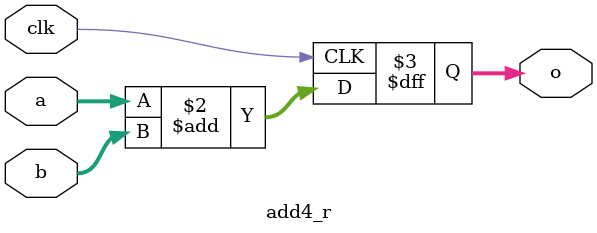
<source format=v>
module add4_r(
    input [3:0] a,
    input [3:0] b,
    input clk,
    output reg [3:0] o
);

always @ (posedge clk) begin
    o <= a + b;
end

endmodule
</source>
